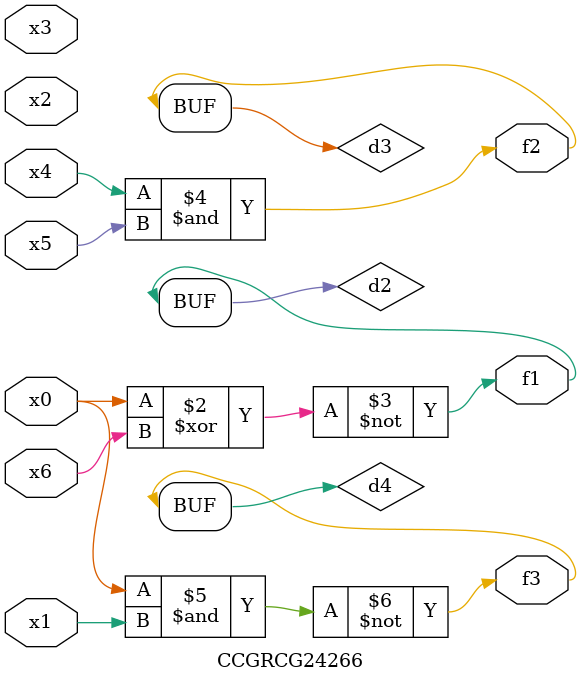
<source format=v>
module CCGRCG24266(
	input x0, x1, x2, x3, x4, x5, x6,
	output f1, f2, f3
);

	wire d1, d2, d3, d4;

	nor (d1, x0);
	xnor (d2, x0, x6);
	and (d3, x4, x5);
	nand (d4, x0, x1);
	assign f1 = d2;
	assign f2 = d3;
	assign f3 = d4;
endmodule

</source>
